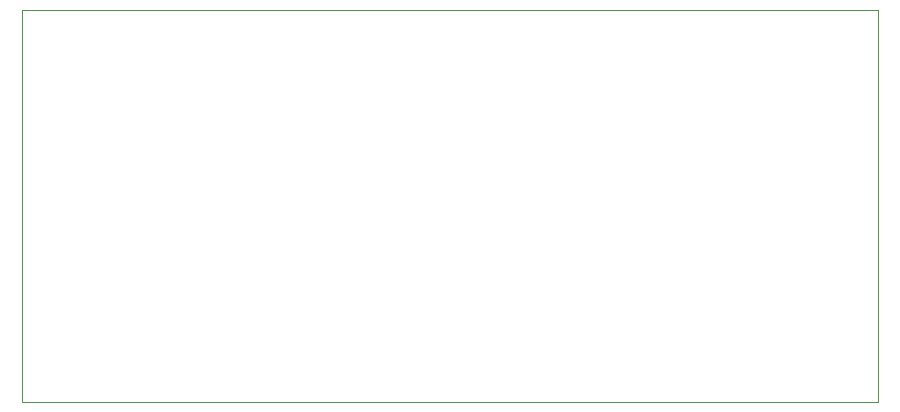
<source format=gbr>
%TF.GenerationSoftware,KiCad,Pcbnew,(5.1.7)-1*%
%TF.CreationDate,2021-04-11T18:09:15+01:00*%
%TF.ProjectId,AccCircV2,41636343-6972-4635-9632-2e6b69636164,rev?*%
%TF.SameCoordinates,Original*%
%TF.FileFunction,Profile,NP*%
%FSLAX46Y46*%
G04 Gerber Fmt 4.6, Leading zero omitted, Abs format (unit mm)*
G04 Created by KiCad (PCBNEW (5.1.7)-1) date 2021-04-11 18:09:15*
%MOMM*%
%LPD*%
G01*
G04 APERTURE LIST*
%TA.AperFunction,Profile*%
%ADD10C,0.100000*%
%TD*%
G04 APERTURE END LIST*
D10*
X55643780Y-53393340D02*
X41910000Y-53393340D01*
X55643780Y-20241260D02*
X41910000Y-20241260D01*
X41910000Y-20241260D02*
X41910000Y-53393340D01*
X114386360Y-20241260D02*
X114386360Y-53393340D01*
X55643780Y-20241260D02*
X114386360Y-20241260D01*
X114386360Y-53393340D02*
X55643780Y-53393340D01*
M02*

</source>
